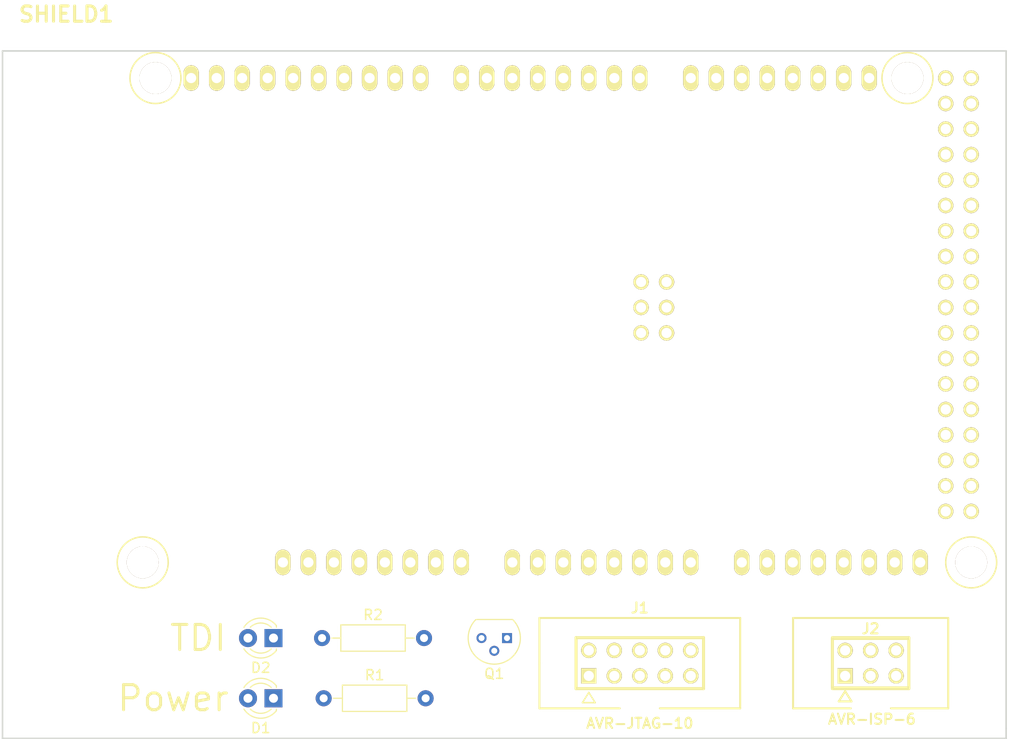
<source format=kicad_pcb>
(kicad_pcb (version 4) (host pcbnew 4.0.6)

  (general
    (links 33)
    (no_connects 33)
    (area 49.924999 46.424999 150.075001 115.075001)
    (thickness 1.6)
    (drawings 7)
    (tracks 0)
    (zones 0)
    (modules 8)
    (nets 14)
  )

  (page A4)
  (layers
    (0 F.Cu signal)
    (31 B.Cu signal)
    (32 B.Adhes user)
    (33 F.Adhes user)
    (34 B.Paste user)
    (35 F.Paste user)
    (36 B.SilkS user)
    (37 F.SilkS user)
    (38 B.Mask user)
    (39 F.Mask user)
    (40 Dwgs.User user)
    (41 Cmts.User user)
    (42 Eco1.User user)
    (43 Eco2.User user)
    (44 Edge.Cuts user)
    (45 Margin user)
    (46 B.CrtYd user)
    (47 F.CrtYd user)
    (48 B.Fab user)
    (49 F.Fab user)
  )

  (setup
    (last_trace_width 0.3)
    (trace_clearance 0.2032)
    (zone_clearance 0.508)
    (zone_45_only no)
    (trace_min 0.2)
    (segment_width 0.2)
    (edge_width 0.15)
    (via_size 0.6)
    (via_drill 0.4)
    (via_min_size 0.4)
    (via_min_drill 0.3)
    (uvia_size 0.3)
    (uvia_drill 0.1)
    (uvias_allowed no)
    (uvia_min_size 0.2)
    (uvia_min_drill 0.1)
    (pcb_text_width 0.3)
    (pcb_text_size 1.5 1.5)
    (mod_edge_width 0.15)
    (mod_text_size 1 1)
    (mod_text_width 0.15)
    (pad_size 1.524 1.524)
    (pad_drill 0.762)
    (pad_to_mask_clearance 0.2)
    (aux_axis_origin 0 0)
    (grid_origin 50 100)
    (visible_elements FFFFF77F)
    (pcbplotparams
      (layerselection 0x00030_80000001)
      (usegerberextensions false)
      (excludeedgelayer true)
      (linewidth 0.150000)
      (plotframeref false)
      (viasonmask false)
      (mode 1)
      (useauxorigin false)
      (hpglpennumber 1)
      (hpglpenspeed 20)
      (hpglpendiameter 15)
      (hpglpenoverlay 2)
      (psnegative false)
      (psa4output false)
      (plotreference true)
      (plotvalue true)
      (plotinvisibletext false)
      (padsonsilk false)
      (subtractmaskfromsilk false)
      (outputformat 1)
      (mirror false)
      (drillshape 1)
      (scaleselection 1)
      (outputdirectory ""))
  )

  (net 0 "")
  (net 1 GND)
  (net 2 "Net-(Q1-Pad3)")
  (net 3 /TDI)
  (net 4 /TDO)
  (net 5 /TMS)
  (net 6 /TCK)
  (net 7 /RESET)
  (net 8 +5V)
  (net 9 "Net-(D1-Pad1)")
  (net 10 "Net-(D2-Pad1)")
  (net 11 /MISO)
  (net 12 /SCK)
  (net 13 /MOSI)

  (net_class Default "This is the default net class."
    (clearance 0.2032)
    (trace_width 0.3)
    (via_dia 0.6)
    (via_drill 0.4)
    (uvia_dia 0.3)
    (uvia_drill 0.1)
    (add_net +5V)
    (add_net /MISO)
    (add_net /MOSI)
    (add_net /RESET)
    (add_net /SCK)
    (add_net /TCK)
    (add_net /TDI)
    (add_net /TDO)
    (add_net /TMS)
    (add_net GND)
    (add_net "Net-(D1-Pad1)")
    (add_net "Net-(D2-Pad1)")
    (add_net "Net-(Q1-Pad3)")
  )

  (module TO_SOT_Packages_THT:TO-92_Molded_Narrow (layer F.Cu) (tedit 58610942) (tstamp 5A7C67B1)
    (at 100.27 105 180)
    (descr "TO-92 leads molded, narrow, drill 0.6mm (see NXP sot054_po.pdf)")
    (tags "to-92 sc-43 sc-43a sot54 PA33 transistor")
    (path /5A7C2FF8)
    (fp_text reference Q1 (at 1.27 -3.556 180) (layer F.SilkS)
      (effects (font (size 1 1) (thickness 0.15)))
    )
    (fp_text value BF245A (at 1.27 2.794 180) (layer F.Fab)
      (effects (font (size 1 1) (thickness 0.15)))
    )
    (fp_line (start -1.65 -2.9) (end 4.15 -2.9) (layer F.CrtYd) (width 0.05))
    (fp_line (start 4.15 -2.9) (end 4.15 2.2) (layer F.CrtYd) (width 0.05))
    (fp_line (start 4.15 2.2) (end -1.65 2.2) (layer F.CrtYd) (width 0.05))
    (fp_line (start -1.65 2.2) (end -1.65 -2.9) (layer F.CrtYd) (width 0.05))
    (fp_line (start -0.53 1.85) (end 3.07 1.85) (layer F.SilkS) (width 0.12))
    (fp_line (start -0.5 1.75) (end 3 1.75) (layer F.Fab) (width 0.1))
    (fp_arc (start 1.27 0) (end 1.27 -2.48) (angle 135) (layer F.Fab) (width 0.1))
    (fp_arc (start 1.27 0) (end 1.27 -2.6) (angle -135) (layer F.SilkS) (width 0.12))
    (fp_arc (start 1.27 0) (end 1.27 -2.48) (angle -135) (layer F.Fab) (width 0.1))
    (fp_arc (start 1.27 0) (end 1.27 -2.6) (angle 135) (layer F.SilkS) (width 0.12))
    (pad 2 thru_hole circle (at 1.27 -1.27 270) (size 1 1) (drill 0.6) (layers *.Cu *.Mask)
      (net 1 GND))
    (pad 3 thru_hole circle (at 2.54 0 270) (size 1 1) (drill 0.6) (layers *.Cu *.Mask)
      (net 2 "Net-(Q1-Pad3)"))
    (pad 1 thru_hole rect (at 0 0 270) (size 1 1) (drill 0.6) (layers *.Cu *.Mask)
      (net 3 /TDI))
    (model TO_SOT_Packages_THT.3dshapes/TO-92_Molded_Narrow.wrl
      (at (xyz 0.05 0 0))
      (scale (xyz 1 1 1))
      (rotate (xyz 0 0 -90))
    )
  )

  (module LEDs:LED_D3.0mm (layer F.Cu) (tedit 587A3A7B) (tstamp 5A7C9B7D)
    (at 77 111 180)
    (descr "LED, diameter 3.0mm, 2 pins")
    (tags "LED diameter 3.0mm 2 pins")
    (path /5A7C2D45)
    (fp_text reference D1 (at 1.27 -2.96 180) (layer F.SilkS)
      (effects (font (size 1 1) (thickness 0.15)))
    )
    (fp_text value LED (at 1.27 2.96 180) (layer F.Fab)
      (effects (font (size 1 1) (thickness 0.15)))
    )
    (fp_arc (start 1.27 0) (end -0.23 -1.16619) (angle 284.3) (layer F.Fab) (width 0.1))
    (fp_arc (start 1.27 0) (end -0.29 -1.235516) (angle 108.8) (layer F.SilkS) (width 0.12))
    (fp_arc (start 1.27 0) (end -0.29 1.235516) (angle -108.8) (layer F.SilkS) (width 0.12))
    (fp_arc (start 1.27 0) (end 0.229039 -1.08) (angle 87.9) (layer F.SilkS) (width 0.12))
    (fp_arc (start 1.27 0) (end 0.229039 1.08) (angle -87.9) (layer F.SilkS) (width 0.12))
    (fp_circle (center 1.27 0) (end 2.77 0) (layer F.Fab) (width 0.1))
    (fp_line (start -0.23 -1.16619) (end -0.23 1.16619) (layer F.Fab) (width 0.1))
    (fp_line (start -0.29 -1.236) (end -0.29 -1.08) (layer F.SilkS) (width 0.12))
    (fp_line (start -0.29 1.08) (end -0.29 1.236) (layer F.SilkS) (width 0.12))
    (fp_line (start -1.15 -2.25) (end -1.15 2.25) (layer F.CrtYd) (width 0.05))
    (fp_line (start -1.15 2.25) (end 3.7 2.25) (layer F.CrtYd) (width 0.05))
    (fp_line (start 3.7 2.25) (end 3.7 -2.25) (layer F.CrtYd) (width 0.05))
    (fp_line (start 3.7 -2.25) (end -1.15 -2.25) (layer F.CrtYd) (width 0.05))
    (pad 1 thru_hole rect (at 0 0 180) (size 1.8 1.8) (drill 0.9) (layers *.Cu *.Mask)
      (net 9 "Net-(D1-Pad1)"))
    (pad 2 thru_hole circle (at 2.54 0 180) (size 1.8 1.8) (drill 0.9) (layers *.Cu *.Mask)
      (net 8 +5V))
    (model LEDs.3dshapes/LED_D3.0mm.wrl
      (at (xyz 0 0 0))
      (scale (xyz 0.393701 0.393701 0.393701))
      (rotate (xyz 0 0 0))
    )
  )

  (module LEDs:LED_D3.0mm (layer F.Cu) (tedit 587A3A7B) (tstamp 5A7C9B83)
    (at 77 105 180)
    (descr "LED, diameter 3.0mm, 2 pins")
    (tags "LED diameter 3.0mm 2 pins")
    (path /5A7C31C1)
    (fp_text reference D2 (at 1.27 -2.96 180) (layer F.SilkS)
      (effects (font (size 1 1) (thickness 0.15)))
    )
    (fp_text value LED (at 1.27 2.96 180) (layer F.Fab)
      (effects (font (size 1 1) (thickness 0.15)))
    )
    (fp_arc (start 1.27 0) (end -0.23 -1.16619) (angle 284.3) (layer F.Fab) (width 0.1))
    (fp_arc (start 1.27 0) (end -0.29 -1.235516) (angle 108.8) (layer F.SilkS) (width 0.12))
    (fp_arc (start 1.27 0) (end -0.29 1.235516) (angle -108.8) (layer F.SilkS) (width 0.12))
    (fp_arc (start 1.27 0) (end 0.229039 -1.08) (angle 87.9) (layer F.SilkS) (width 0.12))
    (fp_arc (start 1.27 0) (end 0.229039 1.08) (angle -87.9) (layer F.SilkS) (width 0.12))
    (fp_circle (center 1.27 0) (end 2.77 0) (layer F.Fab) (width 0.1))
    (fp_line (start -0.23 -1.16619) (end -0.23 1.16619) (layer F.Fab) (width 0.1))
    (fp_line (start -0.29 -1.236) (end -0.29 -1.08) (layer F.SilkS) (width 0.12))
    (fp_line (start -0.29 1.08) (end -0.29 1.236) (layer F.SilkS) (width 0.12))
    (fp_line (start -1.15 -2.25) (end -1.15 2.25) (layer F.CrtYd) (width 0.05))
    (fp_line (start -1.15 2.25) (end 3.7 2.25) (layer F.CrtYd) (width 0.05))
    (fp_line (start 3.7 2.25) (end 3.7 -2.25) (layer F.CrtYd) (width 0.05))
    (fp_line (start 3.7 -2.25) (end -1.15 -2.25) (layer F.CrtYd) (width 0.05))
    (pad 1 thru_hole rect (at 0 0 180) (size 1.8 1.8) (drill 0.9) (layers *.Cu *.Mask)
      (net 10 "Net-(D2-Pad1)"))
    (pad 2 thru_hole circle (at 2.54 0 180) (size 1.8 1.8) (drill 0.9) (layers *.Cu *.Mask)
      (net 8 +5V))
    (model LEDs.3dshapes/LED_D3.0mm.wrl
      (at (xyz 0 0 0))
      (scale (xyz 0.393701 0.393701 0.393701))
      (rotate (xyz 0 0 0))
    )
  )

  (module Resistors_THT:R_Axial_DIN0207_L6.3mm_D2.5mm_P10.16mm_Horizontal (layer F.Cu) (tedit 5874F706) (tstamp 5A7C9B89)
    (at 82 111)
    (descr "Resistor, Axial_DIN0207 series, Axial, Horizontal, pin pitch=10.16mm, 0.25W = 1/4W, length*diameter=6.3*2.5mm^2, http://cdn-reichelt.de/documents/datenblatt/B400/1_4W%23YAG.pdf")
    (tags "Resistor Axial_DIN0207 series Axial Horizontal pin pitch 10.16mm 0.25W = 1/4W length 6.3mm diameter 2.5mm")
    (path /5A7C2D8A)
    (fp_text reference R1 (at 5.08 -2.31) (layer F.SilkS)
      (effects (font (size 1 1) (thickness 0.15)))
    )
    (fp_text value 470R (at 5.08 2.31) (layer F.Fab)
      (effects (font (size 1 1) (thickness 0.15)))
    )
    (fp_line (start 1.93 -1.25) (end 1.93 1.25) (layer F.Fab) (width 0.1))
    (fp_line (start 1.93 1.25) (end 8.23 1.25) (layer F.Fab) (width 0.1))
    (fp_line (start 8.23 1.25) (end 8.23 -1.25) (layer F.Fab) (width 0.1))
    (fp_line (start 8.23 -1.25) (end 1.93 -1.25) (layer F.Fab) (width 0.1))
    (fp_line (start 0 0) (end 1.93 0) (layer F.Fab) (width 0.1))
    (fp_line (start 10.16 0) (end 8.23 0) (layer F.Fab) (width 0.1))
    (fp_line (start 1.87 -1.31) (end 1.87 1.31) (layer F.SilkS) (width 0.12))
    (fp_line (start 1.87 1.31) (end 8.29 1.31) (layer F.SilkS) (width 0.12))
    (fp_line (start 8.29 1.31) (end 8.29 -1.31) (layer F.SilkS) (width 0.12))
    (fp_line (start 8.29 -1.31) (end 1.87 -1.31) (layer F.SilkS) (width 0.12))
    (fp_line (start 0.98 0) (end 1.87 0) (layer F.SilkS) (width 0.12))
    (fp_line (start 9.18 0) (end 8.29 0) (layer F.SilkS) (width 0.12))
    (fp_line (start -1.05 -1.6) (end -1.05 1.6) (layer F.CrtYd) (width 0.05))
    (fp_line (start -1.05 1.6) (end 11.25 1.6) (layer F.CrtYd) (width 0.05))
    (fp_line (start 11.25 1.6) (end 11.25 -1.6) (layer F.CrtYd) (width 0.05))
    (fp_line (start 11.25 -1.6) (end -1.05 -1.6) (layer F.CrtYd) (width 0.05))
    (pad 1 thru_hole circle (at 0 0) (size 1.6 1.6) (drill 0.8) (layers *.Cu *.Mask)
      (net 9 "Net-(D1-Pad1)"))
    (pad 2 thru_hole oval (at 10.16 0) (size 1.6 1.6) (drill 0.8) (layers *.Cu *.Mask)
      (net 1 GND))
    (model Resistors_THT.3dshapes/R_Axial_DIN0207_L6.3mm_D2.5mm_P10.16mm_Horizontal.wrl
      (at (xyz 0 0 0))
      (scale (xyz 0.393701 0.393701 0.393701))
      (rotate (xyz 0 0 0))
    )
  )

  (module Resistors_THT:R_Axial_DIN0207_L6.3mm_D2.5mm_P10.16mm_Horizontal (layer F.Cu) (tedit 5874F706) (tstamp 5A7C9B8F)
    (at 81.84 105)
    (descr "Resistor, Axial_DIN0207 series, Axial, Horizontal, pin pitch=10.16mm, 0.25W = 1/4W, length*diameter=6.3*2.5mm^2, http://cdn-reichelt.de/documents/datenblatt/B400/1_4W%23YAG.pdf")
    (tags "Resistor Axial_DIN0207 series Axial Horizontal pin pitch 10.16mm 0.25W = 1/4W length 6.3mm diameter 2.5mm")
    (path /5A7C31C7)
    (fp_text reference R2 (at 5.08 -2.31) (layer F.SilkS)
      (effects (font (size 1 1) (thickness 0.15)))
    )
    (fp_text value 470R (at 5.08 2.31) (layer F.Fab)
      (effects (font (size 1 1) (thickness 0.15)))
    )
    (fp_line (start 1.93 -1.25) (end 1.93 1.25) (layer F.Fab) (width 0.1))
    (fp_line (start 1.93 1.25) (end 8.23 1.25) (layer F.Fab) (width 0.1))
    (fp_line (start 8.23 1.25) (end 8.23 -1.25) (layer F.Fab) (width 0.1))
    (fp_line (start 8.23 -1.25) (end 1.93 -1.25) (layer F.Fab) (width 0.1))
    (fp_line (start 0 0) (end 1.93 0) (layer F.Fab) (width 0.1))
    (fp_line (start 10.16 0) (end 8.23 0) (layer F.Fab) (width 0.1))
    (fp_line (start 1.87 -1.31) (end 1.87 1.31) (layer F.SilkS) (width 0.12))
    (fp_line (start 1.87 1.31) (end 8.29 1.31) (layer F.SilkS) (width 0.12))
    (fp_line (start 8.29 1.31) (end 8.29 -1.31) (layer F.SilkS) (width 0.12))
    (fp_line (start 8.29 -1.31) (end 1.87 -1.31) (layer F.SilkS) (width 0.12))
    (fp_line (start 0.98 0) (end 1.87 0) (layer F.SilkS) (width 0.12))
    (fp_line (start 9.18 0) (end 8.29 0) (layer F.SilkS) (width 0.12))
    (fp_line (start -1.05 -1.6) (end -1.05 1.6) (layer F.CrtYd) (width 0.05))
    (fp_line (start -1.05 1.6) (end 11.25 1.6) (layer F.CrtYd) (width 0.05))
    (fp_line (start 11.25 1.6) (end 11.25 -1.6) (layer F.CrtYd) (width 0.05))
    (fp_line (start 11.25 -1.6) (end -1.05 -1.6) (layer F.CrtYd) (width 0.05))
    (pad 1 thru_hole circle (at 0 0) (size 1.6 1.6) (drill 0.8) (layers *.Cu *.Mask)
      (net 10 "Net-(D2-Pad1)"))
    (pad 2 thru_hole oval (at 10.16 0) (size 1.6 1.6) (drill 0.8) (layers *.Cu *.Mask)
      (net 2 "Net-(Q1-Pad3)"))
    (model Resistors_THT.3dshapes/R_Axial_DIN0207_L6.3mm_D2.5mm_P10.16mm_Horizontal.wrl
      (at (xyz 0 0 0))
      (scale (xyz 0.393701 0.393701 0.393701))
      (rotate (xyz 0 0 0))
    )
  )

  (module rmc_modules:PIN_ARRAY_5x2_RMC (layer F.Cu) (tedit 5A7C3932) (tstamp 5A7CD255)
    (at 113.5 107.5)
    (descr "Double rangee de contacts 2 x 5 pins")
    (tags CONN)
    (path /5A7C48BE)
    (fp_text reference J1 (at 0 -5.4991) (layer F.SilkS)
      (effects (font (size 1.016 1.016) (thickness 0.2032)))
    )
    (fp_text value AVR-JTAG-10 (at 0 6) (layer F.SilkS)
      (effects (font (size 1.016 1.016) (thickness 0.2032)))
    )
    (fp_line (start -5.08 2.921) (end -5.715 3.937) (layer F.SilkS) (width 0.15))
    (fp_line (start -5.715 3.937) (end -4.445 3.937) (layer F.SilkS) (width 0.15))
    (fp_line (start -4.445 3.937) (end -5.08 2.921) (layer F.SilkS) (width 0.15))
    (fp_line (start 1.99898 4.50088) (end 9.99998 4.50088) (layer F.SilkS) (width 0.2032))
    (fp_line (start 9.99998 4.50088) (end 9.99998 -4.50088) (layer F.SilkS) (width 0.2032))
    (fp_line (start 9.99998 -4.50088) (end -9.99998 -4.50088) (layer F.SilkS) (width 0.2032))
    (fp_line (start -9.99998 -4.50088) (end -9.99998 0) (layer F.SilkS) (width 0.2032))
    (fp_line (start -9.99998 0) (end -9.99998 4.50088) (layer F.SilkS) (width 0.2032))
    (fp_line (start -9.99998 4.50088) (end -1.99898 4.50088) (layer F.SilkS) (width 0.2032))
    (fp_line (start -6.35 -2.54) (end 6.35 -2.54) (layer F.SilkS) (width 0.3048))
    (fp_line (start 6.35 -2.54) (end 6.35 2.54) (layer F.SilkS) (width 0.3048))
    (fp_line (start 6.35 2.54) (end -6.35 2.54) (layer F.SilkS) (width 0.3048))
    (fp_line (start -6.35 2.54) (end -6.35 -2.54) (layer F.SilkS) (width 0.3048))
    (pad 1 thru_hole rect (at -5.08 1.27) (size 1.524 1.524) (drill 1.016) (layers *.Cu *.Mask F.SilkS)
      (net 6 /TCK))
    (pad 2 thru_hole circle (at -5.08 -1.27) (size 1.524 1.524) (drill 1.016) (layers *.Cu *.Mask F.SilkS)
      (net 1 GND))
    (pad 3 thru_hole circle (at -2.54 1.27) (size 1.524 1.524) (drill 1.016) (layers *.Cu *.Mask F.SilkS)
      (net 4 /TDO))
    (pad 4 thru_hole circle (at -2.54 -1.27) (size 1.524 1.524) (drill 1.016) (layers *.Cu *.Mask F.SilkS)
      (net 8 +5V))
    (pad 5 thru_hole circle (at 0 1.27) (size 1.524 1.524) (drill 1.016) (layers *.Cu *.Mask F.SilkS)
      (net 5 /TMS))
    (pad 6 thru_hole circle (at 0 -1.27) (size 1.524 1.524) (drill 1.016) (layers *.Cu *.Mask F.SilkS)
      (net 7 /RESET))
    (pad 7 thru_hole circle (at 2.54 1.27) (size 1.524 1.524) (drill 1.016) (layers *.Cu *.Mask F.SilkS)
      (net 8 +5V))
    (pad 8 thru_hole circle (at 2.54 -1.27) (size 1.524 1.524) (drill 1.016) (layers *.Cu *.Mask F.SilkS)
      (net 7 /RESET))
    (pad 9 thru_hole circle (at 5.08 1.27) (size 1.524 1.524) (drill 1.016) (layers *.Cu *.Mask F.SilkS)
      (net 3 /TDI))
    (pad 10 thru_hole circle (at 5.08 -1.27) (size 1.524 1.524) (drill 1.016) (layers *.Cu *.Mask F.SilkS)
      (net 1 GND))
    (model walter\conn_strip\vasch_strip_5x2.wrl
      (at (xyz 0 0 0))
      (scale (xyz 1 1 1))
      (rotate (xyz 0 0 0))
    )
  )

  (module rmc_modules:pin_array_3x2_RMC (layer F.Cu) (tedit 594841E7) (tstamp 5A7CD26F)
    (at 136.5 107.5)
    (descr "Double rangee de contacts 2 x 4 pins")
    (tags CONN)
    (path /5A7C47BA)
    (fp_text reference J2 (at 0 -3.429) (layer F.SilkS)
      (effects (font (size 1.016 1.016) (thickness 0.2032)))
    )
    (fp_text value AVR-ISP-6 (at 0.127 5.588) (layer F.SilkS)
      (effects (font (size 1.016 1.016) (thickness 0.2032)))
    )
    (fp_line (start -6.25 -3) (end 6.25 -3) (layer F.Fab) (width 0.2))
    (fp_line (start 6.25 -3) (end 6.25 3) (layer F.Fab) (width 0.2))
    (fp_line (start 6.25 3) (end -6.25 3) (layer F.Fab) (width 0.2))
    (fp_line (start -6.25 3) (end -6.25 -3) (layer F.Fab) (width 0.2))
    (fp_line (start -3.175 3.81) (end -2.54 2.794) (layer F.SilkS) (width 0.2032))
    (fp_line (start -2.54 2.794) (end -1.905 3.81) (layer F.SilkS) (width 0.2032))
    (fp_line (start -3.175 3.81) (end -1.905 3.81) (layer F.SilkS) (width 0.2032))
    (fp_line (start 7.72 4.5) (end 2.02 4.5) (layer F.SilkS) (width 0.2032))
    (fp_line (start -7.73 4.5) (end -1.98 4.5) (layer F.SilkS) (width 0.2032))
    (fp_line (start 7.72 -4.5) (end -7.73 -4.5) (layer F.SilkS) (width 0.2032))
    (fp_line (start -3.73 2.5) (end 3.77 2.5) (layer F.SilkS) (width 0.381))
    (fp_line (start 3.77 -2.5) (end -3.73 -2.5) (layer F.SilkS) (width 0.381))
    (fp_line (start -7.72922 4.50088) (end -7.72922 -4.50088) (layer F.SilkS) (width 0.2032))
    (fp_line (start 7.72922 -4.50088) (end 7.72922 4.50088) (layer F.SilkS) (width 0.2032))
    (fp_line (start 3.81 -2.54) (end 3.81 2.54) (layer F.SilkS) (width 0.3048))
    (fp_line (start -3.81 2.54) (end -3.81 -2.54) (layer F.SilkS) (width 0.3048))
    (pad 1 thru_hole rect (at -2.54 1.27) (size 1.524 1.524) (drill 1.016) (layers *.Cu *.Mask F.SilkS)
      (net 11 /MISO))
    (pad 2 thru_hole circle (at -2.54 -1.27) (size 1.524 1.524) (drill 1.016) (layers *.Cu *.Mask F.SilkS)
      (net 8 +5V))
    (pad 3 thru_hole circle (at 0 1.27) (size 1.524 1.524) (drill 1.016) (layers *.Cu *.Mask F.SilkS)
      (net 12 /SCK))
    (pad 4 thru_hole circle (at 0 -1.27) (size 1.524 1.524) (drill 1.016) (layers *.Cu *.Mask F.SilkS)
      (net 13 /MOSI))
    (pad 5 thru_hole circle (at 2.54 1.27) (size 1.524 1.524) (drill 1.016) (layers *.Cu *.Mask F.SilkS)
      (net 7 /RESET))
    (pad 6 thru_hole circle (at 2.54 -1.27) (size 1.524 1.524) (drill 1.016) (layers *.Cu *.Mask F.SilkS)
      (net 1 GND))
    (model walter/pin_strip/pin_strip_3x2.wrl
      (at (xyz 0 0 0))
      (scale (xyz 1 1 1))
      (rotate (xyz 0 0 0))
    )
  )

  (module rmc_modules:ARDUINO_MEGA_DUE_SHIELD_FOOTPRINT_RMC (layer F.Cu) (tedit 52CCAF13) (tstamp 5A7D1545)
    (at 50 100)
    (path /5A7C112D)
    (fp_text reference SHIELD1 (at 6.35 -57.15) (layer F.SilkS)
      (effects (font (thickness 0.3048)))
    )
    (fp_text value ARDUINO_MEGA_SHIELD (at 13.97 -54.61) (layer F.SilkS) hide
      (effects (font (thickness 0.3048)))
    )
    (fp_circle (center 13.97 -2.54) (end 16.51 -2.54) (layer F.SilkS) (width 0.15))
    (fp_circle (center 96.52 -2.54) (end 99.06 -2.54) (layer F.SilkS) (width 0.15))
    (fp_circle (center 90.17 -50.8) (end 92.71 -50.8) (layer F.SilkS) (width 0.15))
    (fp_circle (center 15.24 -50.8) (end 17.78 -50.8) (layer F.SilkS) (width 0.15))
    (fp_line (start 62.357 -31.75) (end 62.357 -24.13) (layer Dwgs.User) (width 0.127))
    (fp_line (start 62.357 -24.13) (end 67.437 -24.13) (layer Dwgs.User) (width 0.127))
    (fp_line (start 67.437 -24.13) (end 67.437 -31.75) (layer Dwgs.User) (width 0.127))
    (fp_line (start 67.437 -31.75) (end 62.357 -31.75) (layer Dwgs.User) (width 0.127))
    (fp_line (start 99.06 0) (end 0 0) (layer Dwgs.User) (width 0.381))
    (fp_line (start 97.79 -53.34) (end 0 -53.34) (layer Dwgs.User) (width 0.381))
    (fp_line (start 99.06 -40.64) (end 99.06 -52.07) (layer Dwgs.User) (width 0.381))
    (fp_line (start 99.06 -52.07) (end 97.79 -53.34) (layer Dwgs.User) (width 0.381))
    (fp_line (start 0 0) (end 0 -53.34) (layer Dwgs.User) (width 0.381))
    (fp_line (start 99.06 -40.64) (end 101.6 -38.1) (layer Dwgs.User) (width 0.381))
    (fp_line (start 101.6 -38.1) (end 101.6 -5.08) (layer Dwgs.User) (width 0.381))
    (fp_line (start 101.6 -5.08) (end 99.06 -2.54) (layer Dwgs.User) (width 0.381))
    (fp_line (start 99.06 -2.54) (end 99.06 0) (layer Dwgs.User) (width 0.381))
    (pad 14 thru_hole oval (at 68.58 -50.8 90) (size 2.54 1.524) (drill 1.016) (layers *.Cu *.Mask F.SilkS))
    (pad 15 thru_hole oval (at 71.12 -50.8 90) (size 2.54 1.524) (drill 1.016) (layers *.Cu *.Mask F.SilkS))
    (pad 16 thru_hole oval (at 73.66 -50.8 90) (size 2.54 1.524) (drill 1.016) (layers *.Cu *.Mask F.SilkS))
    (pad 17 thru_hole oval (at 76.2 -50.8 90) (size 2.54 1.524) (drill 1.016) (layers *.Cu *.Mask F.SilkS))
    (pad 18 thru_hole oval (at 78.74 -50.8 90) (size 2.54 1.524) (drill 1.016) (layers *.Cu *.Mask F.SilkS))
    (pad 19 thru_hole oval (at 81.28 -50.8 90) (size 2.54 1.524) (drill 1.016) (layers *.Cu *.Mask F.SilkS))
    (pad 20 thru_hole oval (at 83.82 -50.8 90) (size 2.54 1.524) (drill 1.016) (layers *.Cu *.Mask F.SilkS))
    (pad 21 thru_hole oval (at 86.36 -50.8 90) (size 2.54 1.524) (drill 1.016) (layers *.Cu *.Mask F.SilkS))
    (pad AD15 thru_hole oval (at 91.44 -2.54 90) (size 2.54 1.524) (drill 1.016) (layers *.Cu *.Mask F.SilkS))
    (pad AD14 thru_hole oval (at 88.9 -2.54 90) (size 2.54 1.524) (drill 1.016) (layers *.Cu *.Mask F.SilkS))
    (pad AD13 thru_hole oval (at 86.36 -2.54 90) (size 2.54 1.524) (drill 1.016) (layers *.Cu *.Mask F.SilkS))
    (pad AD12 thru_hole oval (at 83.82 -2.54 90) (size 2.54 1.524) (drill 1.016) (layers *.Cu *.Mask F.SilkS))
    (pad AD8 thru_hole oval (at 73.66 -2.54 90) (size 2.54 1.524) (drill 1.016) (layers *.Cu *.Mask F.SilkS))
    (pad AD7 thru_hole oval (at 68.58 -2.54 90) (size 2.54 1.524) (drill 1.016) (layers *.Cu *.Mask F.SilkS)
      (net 3 /TDI))
    (pad AD6 thru_hole oval (at 66.04 -2.54 90) (size 2.54 1.524) (drill 1.016) (layers *.Cu *.Mask F.SilkS)
      (net 4 /TDO))
    (pad AD9 thru_hole oval (at 76.2 -2.54 90) (size 2.54 1.524) (drill 1.016) (layers *.Cu *.Mask F.SilkS))
    (pad AD10 thru_hole oval (at 78.74 -2.54 90) (size 2.54 1.524) (drill 1.016) (layers *.Cu *.Mask F.SilkS))
    (pad AD11 thru_hole oval (at 81.28 -2.54 90) (size 2.54 1.524) (drill 1.016) (layers *.Cu *.Mask F.SilkS))
    (pad AD5 thru_hole oval (at 63.5 -2.54 90) (size 2.54 1.524) (drill 1.016) (layers *.Cu *.Mask F.SilkS)
      (net 5 /TMS))
    (pad AD4 thru_hole oval (at 60.96 -2.54 90) (size 2.54 1.524) (drill 1.016) (layers *.Cu *.Mask F.SilkS)
      (net 6 /TCK))
    (pad AD3 thru_hole oval (at 58.42 -2.54 90) (size 2.54 1.524) (drill 1.016) (layers *.Cu *.Mask F.SilkS))
    (pad AD0 thru_hole oval (at 50.8 -2.54 90) (size 2.54 1.524) (drill 1.016) (layers *.Cu *.Mask F.SilkS))
    (pad AD1 thru_hole oval (at 53.34 -2.54 90) (size 2.54 1.524) (drill 1.016) (layers *.Cu *.Mask F.SilkS))
    (pad AD2 thru_hole oval (at 55.88 -2.54 90) (size 2.54 1.524) (drill 1.016) (layers *.Cu *.Mask F.SilkS))
    (pad V_IN thru_hole oval (at 45.72 -2.54 90) (size 2.54 1.524) (drill 1.016) (layers *.Cu *.Mask F.SilkS))
    (pad GND thru_hole oval (at 43.18 -2.54 90) (size 2.54 1.524) (drill 1.016) (layers *.Cu *.Mask F.SilkS)
      (net 1 GND))
    (pad GND thru_hole oval (at 40.64 -2.54 90) (size 2.54 1.524) (drill 1.016) (layers *.Cu *.Mask F.SilkS)
      (net 1 GND))
    (pad 3V3 thru_hole oval (at 35.56 -2.54 90) (size 2.54 1.524) (drill 1.016) (layers *.Cu *.Mask F.SilkS))
    (pad RST thru_hole oval (at 33.02 -2.54 90) (size 2.54 1.524) (drill 1.016) (layers *.Cu *.Mask F.SilkS)
      (net 7 /RESET))
    (pad 0 thru_hole oval (at 63.5 -50.8 90) (size 2.54 1.524) (drill 1.016) (layers *.Cu *.Mask F.SilkS))
    (pad 1 thru_hole oval (at 60.96 -50.8 90) (size 2.54 1.524) (drill 1.016) (layers *.Cu *.Mask F.SilkS))
    (pad 2 thru_hole oval (at 58.42 -50.8 90) (size 2.54 1.524) (drill 1.016) (layers *.Cu *.Mask F.SilkS))
    (pad 3 thru_hole oval (at 55.88 -50.8 90) (size 2.54 1.524) (drill 1.016) (layers *.Cu *.Mask F.SilkS))
    (pad 4 thru_hole oval (at 53.34 -50.8 90) (size 2.54 1.524) (drill 1.016) (layers *.Cu *.Mask F.SilkS))
    (pad 5 thru_hole oval (at 50.8 -50.8 90) (size 2.54 1.524) (drill 1.016) (layers *.Cu *.Mask F.SilkS))
    (pad 6 thru_hole oval (at 48.26 -50.8 90) (size 2.54 1.524) (drill 1.016) (layers *.Cu *.Mask F.SilkS))
    (pad 7 thru_hole oval (at 45.72 -50.8 90) (size 2.54 1.524) (drill 1.016) (layers *.Cu *.Mask F.SilkS))
    (pad 8 thru_hole oval (at 41.656 -50.8 90) (size 2.54 1.524) (drill 1.016) (layers *.Cu *.Mask F.SilkS))
    (pad 9 thru_hole oval (at 39.116 -50.8 90) (size 2.54 1.524) (drill 1.016) (layers *.Cu *.Mask F.SilkS))
    (pad 10 thru_hole oval (at 36.576 -50.8 90) (size 2.54 1.524) (drill 1.016) (layers *.Cu *.Mask F.SilkS))
    (pad 11 thru_hole oval (at 34.036 -50.8 90) (size 2.54 1.524) (drill 1.016) (layers *.Cu *.Mask F.SilkS))
    (pad 12 thru_hole oval (at 31.496 -50.8 90) (size 2.54 1.524) (drill 1.016) (layers *.Cu *.Mask F.SilkS))
    (pad 13 thru_hole oval (at 28.956 -50.8 90) (size 2.54 1.524) (drill 1.016) (layers *.Cu *.Mask F.SilkS))
    (pad GND thru_hole oval (at 26.416 -50.8 90) (size 2.54 1.524) (drill 1.016) (layers *.Cu *.Mask F.SilkS)
      (net 1 GND))
    (pad AREF thru_hole oval (at 23.876 -50.8 90) (size 2.54 1.524) (drill 1.016) (layers *.Cu *.Mask F.SilkS))
    (pad 5V thru_hole oval (at 38.1 -2.54 90) (size 2.54 1.524) (drill 1.016) (layers *.Cu *.Mask F.SilkS)
      (net 8 +5V))
    (pad "" thru_hole circle (at 96.52 -2.54 90) (size 3.175 3.175) (drill 3.175) (layers *.Cu *.Mask F.SilkS))
    (pad "" thru_hole circle (at 90.17 -50.8 90) (size 3.175 3.175) (drill 3.175) (layers *.Cu *.Mask F.SilkS))
    (pad "" thru_hole circle (at 15.24 -50.8 90) (size 3.175 3.175) (drill 3.175) (layers *.Cu *.Mask F.SilkS))
    (pad "" thru_hole circle (at 13.97 -2.54 90) (size 3.175 3.175) (drill 3.175) (layers *.Cu *.Mask F.SilkS))
    (pad 22 thru_hole circle (at 93.98 -48.26) (size 1.524 1.524) (drill 1.016) (layers *.Cu *.Mask F.SilkS))
    (pad 23 thru_hole circle (at 96.52 -48.26) (size 1.524 1.524) (drill 1.016) (layers *.Cu *.Mask F.SilkS))
    (pad 24 thru_hole circle (at 93.98 -45.72) (size 1.524 1.524) (drill 1.016) (layers *.Cu *.Mask F.SilkS))
    (pad 25 thru_hole circle (at 96.52 -45.72) (size 1.524 1.524) (drill 1.016) (layers *.Cu *.Mask F.SilkS))
    (pad 26 thru_hole circle (at 93.98 -43.18) (size 1.524 1.524) (drill 1.016) (layers *.Cu *.Mask F.SilkS))
    (pad 27 thru_hole circle (at 96.52 -43.18) (size 1.524 1.524) (drill 1.016) (layers *.Cu *.Mask F.SilkS))
    (pad 28 thru_hole circle (at 93.98 -40.64) (size 1.524 1.524) (drill 1.016) (layers *.Cu *.Mask F.SilkS))
    (pad 29 thru_hole circle (at 96.52 -40.64) (size 1.524 1.524) (drill 1.016) (layers *.Cu *.Mask F.SilkS))
    (pad 5V_4 thru_hole circle (at 93.98 -50.8) (size 1.524 1.524) (drill 1.016) (layers *.Cu *.Mask F.SilkS)
      (net 8 +5V))
    (pad 5V_5 thru_hole circle (at 96.52 -50.8) (size 1.524 1.524) (drill 1.016) (layers *.Cu *.Mask F.SilkS)
      (net 8 +5V))
    (pad 31 thru_hole circle (at 96.52 -38.1) (size 1.524 1.524) (drill 1.016) (layers *.Cu *.Mask F.SilkS))
    (pad 30 thru_hole circle (at 93.98 -38.1) (size 1.524 1.524) (drill 1.016) (layers *.Cu *.Mask F.SilkS))
    (pad 32 thru_hole circle (at 93.98 -35.56) (size 1.524 1.524) (drill 1.016) (layers *.Cu *.Mask F.SilkS))
    (pad 33 thru_hole circle (at 96.52 -35.56) (size 1.524 1.524) (drill 1.016) (layers *.Cu *.Mask F.SilkS))
    (pad 34 thru_hole circle (at 93.98 -33.02) (size 1.524 1.524) (drill 1.016) (layers *.Cu *.Mask F.SilkS))
    (pad 35 thru_hole circle (at 96.52 -33.02) (size 1.524 1.524) (drill 1.016) (layers *.Cu *.Mask F.SilkS))
    (pad 36 thru_hole circle (at 93.98 -30.48) (size 1.524 1.524) (drill 1.016) (layers *.Cu *.Mask F.SilkS))
    (pad 37 thru_hole circle (at 96.52 -30.48) (size 1.524 1.524) (drill 1.016) (layers *.Cu *.Mask F.SilkS))
    (pad 38 thru_hole circle (at 93.98 -27.94) (size 1.524 1.524) (drill 1.016) (layers *.Cu *.Mask F.SilkS))
    (pad 39 thru_hole circle (at 96.52 -27.94) (size 1.524 1.524) (drill 1.016) (layers *.Cu *.Mask F.SilkS))
    (pad 40 thru_hole circle (at 93.98 -25.4) (size 1.524 1.524) (drill 1.016) (layers *.Cu *.Mask F.SilkS))
    (pad 41 thru_hole circle (at 96.52 -25.4) (size 1.524 1.524) (drill 1.016) (layers *.Cu *.Mask F.SilkS))
    (pad 42 thru_hole circle (at 93.98 -22.86) (size 1.524 1.524) (drill 1.016) (layers *.Cu *.Mask F.SilkS))
    (pad 43 thru_hole circle (at 96.52 -22.86) (size 1.524 1.524) (drill 1.016) (layers *.Cu *.Mask F.SilkS))
    (pad 44 thru_hole circle (at 93.98 -20.32) (size 1.524 1.524) (drill 1.016) (layers *.Cu *.Mask F.SilkS))
    (pad 45 thru_hole circle (at 96.52 -20.32) (size 1.524 1.524) (drill 1.016) (layers *.Cu *.Mask F.SilkS))
    (pad 46 thru_hole circle (at 93.98 -17.78) (size 1.524 1.524) (drill 1.016) (layers *.Cu *.Mask F.SilkS))
    (pad 47 thru_hole circle (at 96.52 -17.78) (size 1.524 1.524) (drill 1.016) (layers *.Cu *.Mask F.SilkS))
    (pad 48 thru_hole circle (at 93.98 -15.24) (size 1.524 1.524) (drill 1.016) (layers *.Cu *.Mask F.SilkS))
    (pad 49 thru_hole circle (at 96.52 -15.24) (size 1.524 1.524) (drill 1.016) (layers *.Cu *.Mask F.SilkS))
    (pad 50 thru_hole circle (at 93.98 -12.7) (size 1.524 1.524) (drill 1.016) (layers *.Cu *.Mask F.SilkS))
    (pad 51 thru_hole circle (at 96.52 -12.7) (size 1.524 1.524) (drill 1.016) (layers *.Cu *.Mask F.SilkS))
    (pad 52 thru_hole circle (at 93.98 -10.16) (size 1.524 1.524) (drill 1.016) (layers *.Cu *.Mask F.SilkS))
    (pad 53 thru_hole circle (at 96.52 -10.16) (size 1.524 1.524) (drill 1.016) (layers *.Cu *.Mask F.SilkS))
    (pad GND4 thru_hole circle (at 93.98 -7.62) (size 1.524 1.524) (drill 1.016) (layers *.Cu *.Mask F.SilkS)
      (net 1 GND))
    (pad GND5 thru_hole circle (at 96.52 -7.62) (size 1.524 1.524) (drill 1.016) (layers *.Cu *.Mask F.SilkS)
      (net 1 GND))
    (pad SDA1 thru_hole oval (at 21.336 -50.8 90) (size 2.54 1.524) (drill 1.016) (layers *.Cu *.Mask F.SilkS))
    (pad SCL1 thru_hole oval (at 18.796 -50.8 90) (size 2.54 1.524) (drill 1.016) (layers *.Cu *.Mask F.SilkS))
    (pad IORF thru_hole oval (at 30.48 -2.54 90) (size 2.54 1.524) (drill 1.016) (layers *.Cu *.Mask F.SilkS))
    (pad NC1 thru_hole oval (at 27.94 -2.54 90) (size 2.54 1.524) (drill 1.016) (layers *.Cu *.Mask F.SilkS))
    (pad MISO thru_hole circle (at 63.627 -30.48) (size 1.524 1.524) (drill 1.016) (layers *.Cu *.Mask F.SilkS)
      (net 11 /MISO))
    (pad SCK thru_hole circle (at 63.627 -27.94) (size 1.524 1.524) (drill 1.016) (layers *.Cu *.Mask F.SilkS)
      (net 12 /SCK))
    (pad RST2 thru_hole circle (at 63.627 -25.4) (size 1.524 1.524) (drill 1.016) (layers *.Cu *.Mask F.SilkS)
      (net 7 /RESET))
    (pad GND6 thru_hole circle (at 66.167 -25.4) (size 1.524 1.524) (drill 1.016) (layers *.Cu *.Mask F.SilkS)
      (net 1 GND))
    (pad MOSI thru_hole circle (at 66.167 -27.94) (size 1.524 1.524) (drill 1.016) (layers *.Cu *.Mask F.SilkS)
      (net 13 /MOSI))
    (pad 5V_6 thru_hole circle (at 66.167 -30.48) (size 1.524 1.524) (drill 1.016) (layers *.Cu *.Mask F.SilkS)
      (net 8 +5V))
  )

  (gr_line (start 50 115) (end 50 46.5) (angle 90) (layer Edge.Cuts) (width 0.15))
  (gr_line (start 150 115) (end 50 115) (angle 90) (layer Edge.Cuts) (width 0.15))
  (gr_line (start 150 114) (end 150 115) (angle 90) (layer Edge.Cuts) (width 0.15))
  (gr_line (start 150 46.5) (end 150 114) (angle 90) (layer Edge.Cuts) (width 0.15))
  (gr_line (start 50 46.5) (end 150 46.5) (angle 90) (layer Edge.Cuts) (width 0.15))
  (gr_text TDI (at 69.5 105) (layer F.SilkS)
    (effects (font (size 2.5 2.5) (thickness 0.3)))
  )
  (gr_text Power (at 67 111) (layer F.SilkS)
    (effects (font (size 2.5 2.5) (thickness 0.3)))
  )

)

</source>
